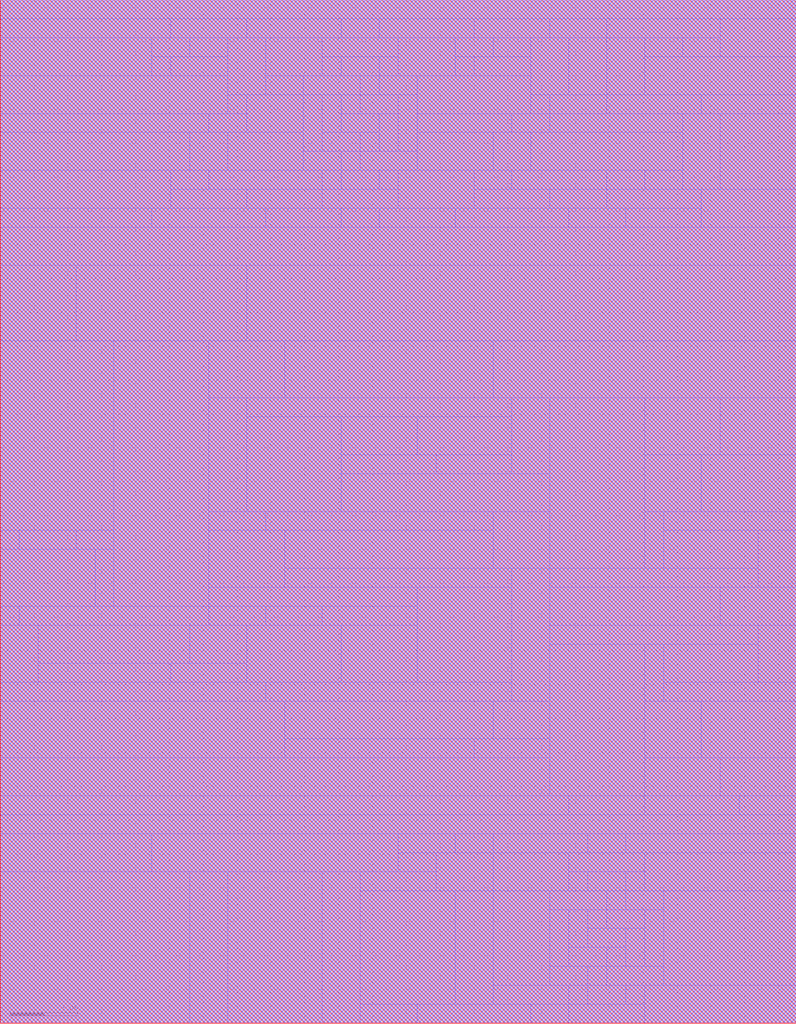
<source format=lef>
VERSION 5.7 ;
  NOWIREEXTENSIONATPIN ON ;
  DIVIDERCHAR "/" ;
  BUSBITCHARS "[]" ;
MACRO jsk
  CLASS BLOCK ;
  FOREIGN jsk ;
  ORIGIN 0.000 0.000 ;
  SIZE 11.760 BY 15.120 ;
  OBS
      LAYER met1 ;
        RECT 0.000 14.840 11.760 15.120 ;
        RECT 0.000 14.560 2.520 14.840 ;
      LAYER met1 ;
        RECT 2.520 14.560 3.640 14.840 ;
      LAYER met1 ;
        RECT 3.640 14.560 5.040 14.840 ;
      LAYER met1 ;
        RECT 5.040 14.560 5.600 14.840 ;
      LAYER met1 ;
        RECT 5.600 14.560 7.000 14.840 ;
      LAYER met1 ;
        RECT 7.000 14.560 8.120 14.840 ;
      LAYER met1 ;
        RECT 8.120 14.560 8.960 14.840 ;
      LAYER met1 ;
        RECT 8.960 14.560 10.640 14.840 ;
      LAYER met1 ;
        RECT 0.000 14.000 2.240 14.560 ;
      LAYER met1 ;
        RECT 2.240 14.280 2.800 14.560 ;
      LAYER met1 ;
        RECT 2.800 14.280 3.360 14.560 ;
      LAYER met1 ;
        RECT 2.240 14.000 2.520 14.280 ;
      LAYER met1 ;
        RECT 2.520 14.000 3.360 14.280 ;
        RECT 0.000 13.440 3.360 14.000 ;
      LAYER met1 ;
        RECT 3.360 13.720 3.920 14.560 ;
      LAYER met1 ;
        RECT 3.920 14.000 4.760 14.560 ;
      LAYER met1 ;
        RECT 4.760 14.280 5.880 14.560 ;
        RECT 4.760 14.000 5.040 14.280 ;
      LAYER met1 ;
        RECT 5.040 14.000 5.600 14.280 ;
      LAYER met1 ;
        RECT 5.600 14.000 5.880 14.280 ;
      LAYER met1 ;
        RECT 5.880 14.000 6.720 14.560 ;
      LAYER met1 ;
        RECT 6.720 14.280 7.280 14.560 ;
      LAYER met1 ;
        RECT 7.280 14.280 7.840 14.560 ;
      LAYER met1 ;
        RECT 6.720 14.000 7.000 14.280 ;
      LAYER met1 ;
        RECT 7.000 14.000 7.840 14.280 ;
        RECT 3.920 13.720 4.480 14.000 ;
      LAYER met1 ;
        RECT 4.480 13.720 5.320 14.000 ;
      LAYER met1 ;
        RECT 5.320 13.720 5.600 14.000 ;
      LAYER met1 ;
        RECT 5.600 13.720 6.160 14.000 ;
        RECT 3.360 13.440 3.640 13.720 ;
      LAYER met1 ;
        RECT 0.000 13.160 3.080 13.440 ;
      LAYER met1 ;
        RECT 3.080 13.160 3.640 13.440 ;
      LAYER met1 ;
        RECT 3.640 13.160 4.480 13.720 ;
        RECT 0.000 12.600 2.800 13.160 ;
      LAYER met1 ;
        RECT 2.800 12.600 3.360 13.160 ;
      LAYER met1 ;
        RECT 3.360 12.600 4.480 13.160 ;
      LAYER met1 ;
        RECT 4.480 12.880 4.760 13.720 ;
      LAYER met1 ;
        RECT 4.760 13.160 5.040 13.720 ;
      LAYER met1 ;
        RECT 5.040 13.440 5.320 13.720 ;
      LAYER met1 ;
        RECT 5.320 13.440 5.880 13.720 ;
      LAYER met1 ;
        RECT 5.040 13.160 5.600 13.440 ;
      LAYER met1 ;
        RECT 4.760 12.880 5.320 13.160 ;
      LAYER met1 ;
        RECT 5.320 12.880 5.600 13.160 ;
      LAYER met1 ;
        RECT 5.600 12.880 5.880 13.440 ;
      LAYER met1 ;
        RECT 5.880 12.880 6.160 13.720 ;
      LAYER met1 ;
        RECT 6.160 13.440 7.840 14.000 ;
      LAYER met1 ;
        RECT 7.840 13.720 8.400 14.560 ;
      LAYER met1 ;
        RECT 8.400 13.720 8.960 14.560 ;
      LAYER met1 ;
        RECT 8.960 13.720 9.520 14.560 ;
      LAYER met1 ;
        RECT 9.520 14.280 10.080 14.560 ;
      LAYER met1 ;
        RECT 10.080 14.280 10.640 14.560 ;
      LAYER met1 ;
        RECT 10.640 14.280 11.760 14.840 ;
        RECT 9.520 13.720 11.760 14.280 ;
      LAYER met1 ;
        RECT 7.840 13.440 8.120 13.720 ;
      LAYER met1 ;
        RECT 8.120 13.440 8.960 13.720 ;
      LAYER met1 ;
        RECT 8.960 13.440 10.360 13.720 ;
      LAYER met1 ;
        RECT 10.360 13.440 11.760 13.720 ;
        RECT 6.160 13.160 7.560 13.440 ;
      LAYER met1 ;
        RECT 7.560 13.160 8.120 13.440 ;
      LAYER met1 ;
        RECT 8.120 13.160 10.080 13.440 ;
      LAYER met1 ;
        RECT 4.480 12.600 5.040 12.880 ;
      LAYER met1 ;
        RECT 5.040 12.600 5.320 12.880 ;
      LAYER met1 ;
        RECT 5.320 12.600 6.160 12.880 ;
      LAYER met1 ;
        RECT 6.160 12.600 7.280 13.160 ;
      LAYER met1 ;
        RECT 7.280 12.600 7.840 13.160 ;
      LAYER met1 ;
        RECT 7.840 12.600 10.080 13.160 ;
        RECT 0.000 12.040 2.520 12.600 ;
      LAYER met1 ;
        RECT 2.520 12.320 3.080 12.600 ;
      LAYER met1 ;
        RECT 3.080 12.320 4.760 12.600 ;
      LAYER met1 ;
        RECT 4.760 12.320 5.040 12.600 ;
      LAYER met1 ;
        RECT 5.040 12.320 5.600 12.600 ;
      LAYER met1 ;
        RECT 5.600 12.320 5.880 12.600 ;
        RECT 2.520 12.040 3.640 12.320 ;
      LAYER met1 ;
        RECT 3.640 12.040 4.760 12.320 ;
      LAYER met1 ;
        RECT 4.760 12.040 5.880 12.320 ;
      LAYER met1 ;
        RECT 5.880 12.040 7.000 12.600 ;
      LAYER met1 ;
        RECT 7.000 12.320 7.560 12.600 ;
      LAYER met1 ;
        RECT 7.560 12.320 8.960 12.600 ;
      LAYER met1 ;
        RECT 8.960 12.320 9.520 12.600 ;
      LAYER met1 ;
        RECT 9.520 12.320 10.080 12.600 ;
      LAYER met1 ;
        RECT 10.080 12.320 10.640 13.440 ;
      LAYER met1 ;
        RECT 10.640 12.320 11.760 13.440 ;
      LAYER met1 ;
        RECT 7.000 12.040 8.120 12.320 ;
      LAYER met1 ;
        RECT 8.120 12.040 8.960 12.320 ;
      LAYER met1 ;
        RECT 8.960 12.040 10.360 12.320 ;
      LAYER met1 ;
        RECT 0.000 11.760 2.240 12.040 ;
      LAYER met1 ;
        RECT 2.240 11.760 3.920 12.040 ;
      LAYER met1 ;
        RECT 3.920 11.760 5.040 12.040 ;
      LAYER met1 ;
        RECT 5.040 11.760 5.600 12.040 ;
      LAYER met1 ;
        RECT 5.600 11.760 6.720 12.040 ;
      LAYER met1 ;
        RECT 6.720 11.760 8.400 12.040 ;
      LAYER met1 ;
        RECT 8.400 11.760 9.240 12.040 ;
      LAYER met1 ;
        RECT 9.240 11.760 10.360 12.040 ;
      LAYER met1 ;
        RECT 10.360 11.760 11.760 12.320 ;
        RECT 0.000 11.200 11.760 11.760 ;
        RECT 0.000 10.080 1.120 11.200 ;
      LAYER met1 ;
        RECT 1.120 10.080 3.640 11.200 ;
      LAYER met1 ;
        RECT 3.640 10.080 11.760 11.200 ;
        RECT 0.000 7.280 1.680 10.080 ;
        RECT 0.000 7.000 0.280 7.280 ;
      LAYER met1 ;
        RECT 0.280 7.000 1.120 7.280 ;
      LAYER met1 ;
        RECT 1.120 7.000 1.680 7.280 ;
      LAYER met1 ;
        RECT 0.000 6.160 1.400 7.000 ;
      LAYER met1 ;
        RECT 1.400 6.160 1.680 7.000 ;
      LAYER met1 ;
        RECT 1.680 6.160 3.080 10.080 ;
      LAYER met1 ;
        RECT 3.080 9.240 4.200 10.080 ;
      LAYER met1 ;
        RECT 4.200 9.240 7.280 10.080 ;
      LAYER met1 ;
        RECT 7.280 9.240 11.760 10.080 ;
        RECT 3.080 7.560 3.640 9.240 ;
      LAYER met1 ;
        RECT 3.640 8.960 7.560 9.240 ;
        RECT 3.640 7.560 5.040 8.960 ;
      LAYER met1 ;
        RECT 5.040 8.400 6.160 8.960 ;
      LAYER met1 ;
        RECT 6.160 8.400 7.560 8.960 ;
      LAYER met1 ;
        RECT 5.040 8.120 6.440 8.400 ;
      LAYER met1 ;
        RECT 6.440 8.120 7.560 8.400 ;
      LAYER met1 ;
        RECT 7.560 8.120 8.120 9.240 ;
        RECT 5.040 7.560 8.120 8.120 ;
        RECT 3.080 7.280 3.920 7.560 ;
      LAYER met1 ;
        RECT 3.920 7.280 7.280 7.560 ;
      LAYER met1 ;
        RECT 3.080 6.440 4.200 7.280 ;
      LAYER met1 ;
        RECT 4.200 6.720 7.280 7.280 ;
      LAYER met1 ;
        RECT 7.280 6.720 8.120 7.560 ;
      LAYER met1 ;
        RECT 8.120 6.720 9.520 9.240 ;
      LAYER met1 ;
        RECT 9.520 8.400 10.640 9.240 ;
      LAYER met1 ;
        RECT 10.640 8.400 11.760 9.240 ;
      LAYER met1 ;
        RECT 9.520 7.560 10.360 8.400 ;
      LAYER met1 ;
        RECT 10.360 7.560 11.760 8.400 ;
      LAYER met1 ;
        RECT 9.520 6.720 9.800 7.560 ;
      LAYER met1 ;
        RECT 9.800 7.280 11.760 7.560 ;
        RECT 9.800 6.720 11.200 7.280 ;
        RECT 4.200 6.440 7.560 6.720 ;
      LAYER met1 ;
        RECT 3.080 6.160 6.160 6.440 ;
        RECT 0.000 5.880 0.280 6.160 ;
      LAYER met1 ;
        RECT 0.280 5.880 3.080 6.160 ;
      LAYER met1 ;
        RECT 3.080 5.880 3.920 6.160 ;
      LAYER met1 ;
        RECT 3.920 5.880 4.760 6.160 ;
      LAYER met1 ;
        RECT 4.760 5.880 6.160 6.160 ;
        RECT 0.000 5.040 0.560 5.880 ;
      LAYER met1 ;
        RECT 0.560 5.320 2.800 5.880 ;
      LAYER met1 ;
        RECT 2.800 5.320 3.640 5.880 ;
      LAYER met1 ;
        RECT 0.560 5.040 2.520 5.320 ;
      LAYER met1 ;
        RECT 2.520 5.040 3.640 5.320 ;
      LAYER met1 ;
        RECT 3.640 5.040 5.040 5.880 ;
      LAYER met1 ;
        RECT 5.040 5.040 6.160 5.880 ;
      LAYER met1 ;
        RECT 6.160 5.040 7.560 6.440 ;
      LAYER met1 ;
        RECT 0.000 4.760 3.920 5.040 ;
      LAYER met1 ;
        RECT 3.920 4.760 7.560 5.040 ;
      LAYER met1 ;
        RECT 7.560 4.760 8.120 6.720 ;
      LAYER met1 ;
        RECT 8.120 6.440 11.200 6.720 ;
      LAYER met1 ;
        RECT 11.200 6.440 11.760 7.280 ;
      LAYER met1 ;
        RECT 8.120 5.880 10.640 6.440 ;
      LAYER met1 ;
        RECT 10.640 5.880 11.760 6.440 ;
      LAYER met1 ;
        RECT 8.120 5.600 11.200 5.880 ;
      LAYER met1 ;
        RECT 0.000 3.920 4.200 4.760 ;
      LAYER met1 ;
        RECT 4.200 4.200 7.280 4.760 ;
      LAYER met1 ;
        RECT 7.280 4.200 8.120 4.760 ;
      LAYER met1 ;
        RECT 4.200 3.920 7.000 4.200 ;
      LAYER met1 ;
        RECT 7.000 3.920 8.120 4.200 ;
        RECT 0.000 3.360 8.120 3.920 ;
      LAYER met1 ;
        RECT 8.120 3.360 9.520 5.600 ;
      LAYER met1 ;
        RECT 9.520 4.760 9.800 5.600 ;
      LAYER met1 ;
        RECT 9.800 5.040 11.200 5.600 ;
      LAYER met1 ;
        RECT 11.200 5.040 11.760 5.880 ;
      LAYER met1 ;
        RECT 9.800 4.760 11.760 5.040 ;
      LAYER met1 ;
        RECT 9.520 3.920 10.360 4.760 ;
      LAYER met1 ;
        RECT 10.360 3.920 11.760 4.760 ;
      LAYER met1 ;
        RECT 9.520 3.360 10.640 3.920 ;
      LAYER met1 ;
        RECT 10.640 3.360 11.760 3.920 ;
      LAYER met1 ;
        RECT 0.000 3.080 8.400 3.360 ;
      LAYER met1 ;
        RECT 8.400 3.080 9.520 3.360 ;
      LAYER met1 ;
        RECT 9.520 3.080 10.920 3.360 ;
      LAYER met1 ;
        RECT 10.920 3.080 11.760 3.360 ;
      LAYER met1 ;
        RECT 0.000 2.800 11.760 3.080 ;
        RECT 0.000 2.240 2.240 2.800 ;
      LAYER met1 ;
        RECT 2.240 2.240 5.880 2.800 ;
      LAYER met1 ;
        RECT 5.880 2.520 6.720 2.800 ;
      LAYER met1 ;
        RECT 6.720 2.520 7.280 2.800 ;
      LAYER met1 ;
        RECT 7.280 2.520 8.680 2.800 ;
      LAYER met1 ;
        RECT 8.680 2.520 9.240 2.800 ;
      LAYER met1 ;
        RECT 9.240 2.520 11.760 2.800 ;
        RECT 5.880 2.240 6.440 2.520 ;
        RECT 0.000 0.000 2.800 2.240 ;
      LAYER met1 ;
        RECT 2.800 0.000 3.360 2.240 ;
      LAYER met1 ;
        RECT 3.360 0.000 4.760 2.240 ;
      LAYER met1 ;
        RECT 4.760 0.000 5.320 2.240 ;
      LAYER met1 ;
        RECT 5.320 1.960 6.440 2.240 ;
      LAYER met1 ;
        RECT 6.440 1.960 7.280 2.520 ;
      LAYER met1 ;
        RECT 7.280 1.960 8.400 2.520 ;
      LAYER met1 ;
        RECT 8.400 2.240 9.520 2.520 ;
        RECT 8.400 1.960 8.680 2.240 ;
      LAYER met1 ;
        RECT 8.680 1.960 9.240 2.240 ;
      LAYER met1 ;
        RECT 9.240 1.960 9.520 2.240 ;
      LAYER met1 ;
        RECT 9.520 1.960 11.760 2.520 ;
        RECT 5.320 0.280 6.720 1.960 ;
      LAYER met1 ;
        RECT 6.720 0.280 7.280 1.960 ;
      LAYER met1 ;
        RECT 7.280 0.560 8.120 1.960 ;
      LAYER met1 ;
        RECT 8.120 1.680 8.960 1.960 ;
      LAYER met1 ;
        RECT 8.960 1.680 9.240 1.960 ;
      LAYER met1 ;
        RECT 9.240 1.680 9.800 1.960 ;
        RECT 8.120 0.840 8.400 1.680 ;
      LAYER met1 ;
        RECT 8.400 1.120 8.680 1.680 ;
      LAYER met1 ;
        RECT 8.680 1.400 8.960 1.680 ;
      LAYER met1 ;
        RECT 8.960 1.400 9.520 1.680 ;
      LAYER met1 ;
        RECT 8.680 1.120 9.240 1.400 ;
      LAYER met1 ;
        RECT 8.400 0.840 8.960 1.120 ;
      LAYER met1 ;
        RECT 8.960 0.840 9.240 1.120 ;
      LAYER met1 ;
        RECT 9.240 0.840 9.520 1.400 ;
      LAYER met1 ;
        RECT 9.520 0.840 9.800 1.680 ;
        RECT 8.120 0.560 8.680 0.840 ;
      LAYER met1 ;
        RECT 8.680 0.560 8.960 0.840 ;
      LAYER met1 ;
        RECT 8.960 0.560 9.800 0.840 ;
      LAYER met1 ;
        RECT 9.800 0.560 11.760 1.960 ;
        RECT 7.280 0.280 8.400 0.560 ;
      LAYER met1 ;
        RECT 8.400 0.280 8.680 0.560 ;
      LAYER met1 ;
        RECT 8.680 0.280 9.240 0.560 ;
      LAYER met1 ;
        RECT 9.240 0.280 9.520 0.560 ;
      LAYER met1 ;
        RECT 5.320 0.000 6.160 0.280 ;
      LAYER met1 ;
        RECT 6.160 0.000 7.840 0.280 ;
      LAYER met1 ;
        RECT 7.840 0.000 8.400 0.280 ;
      LAYER met1 ;
        RECT 8.400 0.000 9.520 0.280 ;
      LAYER met1 ;
        RECT 9.520 0.000 11.760 0.560 ;
      LAYER met2 ;
        RECT 0.000 14.840 11.760 15.120 ;
        RECT 0.000 14.560 2.520 14.840 ;
      LAYER met2 ;
        RECT 2.520 14.560 3.640 14.840 ;
      LAYER met2 ;
        RECT 3.640 14.560 5.040 14.840 ;
      LAYER met2 ;
        RECT 5.040 14.560 5.600 14.840 ;
      LAYER met2 ;
        RECT 5.600 14.560 7.000 14.840 ;
      LAYER met2 ;
        RECT 7.000 14.560 8.120 14.840 ;
      LAYER met2 ;
        RECT 8.120 14.560 8.960 14.840 ;
      LAYER met2 ;
        RECT 8.960 14.560 10.640 14.840 ;
      LAYER met2 ;
        RECT 0.000 14.000 2.240 14.560 ;
      LAYER met2 ;
        RECT 2.240 14.280 2.800 14.560 ;
      LAYER met2 ;
        RECT 2.800 14.280 3.360 14.560 ;
      LAYER met2 ;
        RECT 2.240 14.000 2.520 14.280 ;
      LAYER met2 ;
        RECT 2.520 14.000 3.360 14.280 ;
        RECT 0.000 13.440 3.360 14.000 ;
      LAYER met2 ;
        RECT 3.360 13.720 3.920 14.560 ;
      LAYER met2 ;
        RECT 3.920 14.000 4.760 14.560 ;
      LAYER met2 ;
        RECT 4.760 14.280 5.880 14.560 ;
        RECT 4.760 14.000 5.040 14.280 ;
      LAYER met2 ;
        RECT 5.040 14.000 5.600 14.280 ;
      LAYER met2 ;
        RECT 5.600 14.000 5.880 14.280 ;
      LAYER met2 ;
        RECT 5.880 14.000 6.720 14.560 ;
      LAYER met2 ;
        RECT 6.720 14.280 7.280 14.560 ;
      LAYER met2 ;
        RECT 7.280 14.280 7.840 14.560 ;
      LAYER met2 ;
        RECT 6.720 14.000 7.000 14.280 ;
      LAYER met2 ;
        RECT 7.000 14.000 7.840 14.280 ;
        RECT 3.920 13.720 4.480 14.000 ;
      LAYER met2 ;
        RECT 4.480 13.720 5.320 14.000 ;
      LAYER met2 ;
        RECT 5.320 13.720 5.600 14.000 ;
      LAYER met2 ;
        RECT 5.600 13.720 6.160 14.000 ;
        RECT 3.360 13.440 3.640 13.720 ;
      LAYER met2 ;
        RECT 0.000 13.160 3.080 13.440 ;
      LAYER met2 ;
        RECT 3.080 13.160 3.640 13.440 ;
      LAYER met2 ;
        RECT 3.640 13.160 4.480 13.720 ;
        RECT 0.000 12.600 2.800 13.160 ;
      LAYER met2 ;
        RECT 2.800 12.600 3.360 13.160 ;
      LAYER met2 ;
        RECT 3.360 12.600 4.480 13.160 ;
      LAYER met2 ;
        RECT 4.480 12.880 4.760 13.720 ;
      LAYER met2 ;
        RECT 4.760 13.160 5.040 13.720 ;
      LAYER met2 ;
        RECT 5.040 13.440 5.320 13.720 ;
      LAYER met2 ;
        RECT 5.320 13.440 5.880 13.720 ;
      LAYER met2 ;
        RECT 5.040 13.160 5.600 13.440 ;
      LAYER met2 ;
        RECT 4.760 12.880 5.320 13.160 ;
      LAYER met2 ;
        RECT 5.320 12.880 5.600 13.160 ;
      LAYER met2 ;
        RECT 5.600 12.880 5.880 13.440 ;
      LAYER met2 ;
        RECT 5.880 12.880 6.160 13.720 ;
      LAYER met2 ;
        RECT 6.160 13.440 7.840 14.000 ;
      LAYER met2 ;
        RECT 7.840 13.720 8.400 14.560 ;
      LAYER met2 ;
        RECT 8.400 13.720 8.960 14.560 ;
      LAYER met2 ;
        RECT 8.960 13.720 9.520 14.560 ;
      LAYER met2 ;
        RECT 9.520 14.280 10.080 14.560 ;
      LAYER met2 ;
        RECT 10.080 14.280 10.640 14.560 ;
      LAYER met2 ;
        RECT 10.640 14.280 11.760 14.840 ;
        RECT 9.520 13.720 11.760 14.280 ;
      LAYER met2 ;
        RECT 7.840 13.440 8.120 13.720 ;
      LAYER met2 ;
        RECT 8.120 13.440 8.960 13.720 ;
      LAYER met2 ;
        RECT 8.960 13.440 10.360 13.720 ;
      LAYER met2 ;
        RECT 10.360 13.440 11.760 13.720 ;
        RECT 6.160 13.160 7.560 13.440 ;
      LAYER met2 ;
        RECT 7.560 13.160 8.120 13.440 ;
      LAYER met2 ;
        RECT 8.120 13.160 10.080 13.440 ;
      LAYER met2 ;
        RECT 4.480 12.600 5.040 12.880 ;
      LAYER met2 ;
        RECT 5.040 12.600 5.320 12.880 ;
      LAYER met2 ;
        RECT 5.320 12.600 6.160 12.880 ;
      LAYER met2 ;
        RECT 6.160 12.600 7.280 13.160 ;
      LAYER met2 ;
        RECT 7.280 12.600 7.840 13.160 ;
      LAYER met2 ;
        RECT 7.840 12.600 10.080 13.160 ;
        RECT 0.000 12.040 2.520 12.600 ;
      LAYER met2 ;
        RECT 2.520 12.320 3.080 12.600 ;
      LAYER met2 ;
        RECT 3.080 12.320 4.760 12.600 ;
      LAYER met2 ;
        RECT 4.760 12.320 5.040 12.600 ;
      LAYER met2 ;
        RECT 5.040 12.320 5.600 12.600 ;
      LAYER met2 ;
        RECT 5.600 12.320 5.880 12.600 ;
        RECT 2.520 12.040 3.640 12.320 ;
      LAYER met2 ;
        RECT 3.640 12.040 4.760 12.320 ;
      LAYER met2 ;
        RECT 4.760 12.040 5.880 12.320 ;
      LAYER met2 ;
        RECT 5.880 12.040 7.000 12.600 ;
      LAYER met2 ;
        RECT 7.000 12.320 7.560 12.600 ;
      LAYER met2 ;
        RECT 7.560 12.320 8.960 12.600 ;
      LAYER met2 ;
        RECT 8.960 12.320 9.520 12.600 ;
      LAYER met2 ;
        RECT 9.520 12.320 10.080 12.600 ;
      LAYER met2 ;
        RECT 10.080 12.320 10.640 13.440 ;
      LAYER met2 ;
        RECT 10.640 12.320 11.760 13.440 ;
      LAYER met2 ;
        RECT 7.000 12.040 8.120 12.320 ;
      LAYER met2 ;
        RECT 8.120 12.040 8.960 12.320 ;
      LAYER met2 ;
        RECT 8.960 12.040 10.360 12.320 ;
      LAYER met2 ;
        RECT 0.000 11.760 2.240 12.040 ;
      LAYER met2 ;
        RECT 2.240 11.760 3.920 12.040 ;
      LAYER met2 ;
        RECT 3.920 11.760 5.040 12.040 ;
      LAYER met2 ;
        RECT 5.040 11.760 5.600 12.040 ;
      LAYER met2 ;
        RECT 5.600 11.760 6.720 12.040 ;
      LAYER met2 ;
        RECT 6.720 11.760 8.400 12.040 ;
      LAYER met2 ;
        RECT 8.400 11.760 9.240 12.040 ;
      LAYER met2 ;
        RECT 9.240 11.760 10.360 12.040 ;
      LAYER met2 ;
        RECT 10.360 11.760 11.760 12.320 ;
        RECT 0.000 11.200 11.760 11.760 ;
        RECT 0.000 10.080 1.120 11.200 ;
      LAYER met2 ;
        RECT 1.120 10.080 3.640 11.200 ;
      LAYER met2 ;
        RECT 3.640 10.080 11.760 11.200 ;
        RECT 0.000 7.280 1.680 10.080 ;
        RECT 0.000 7.000 0.280 7.280 ;
      LAYER met2 ;
        RECT 0.280 7.000 1.120 7.280 ;
      LAYER met2 ;
        RECT 1.120 7.000 1.680 7.280 ;
      LAYER met2 ;
        RECT 0.000 6.160 1.400 7.000 ;
      LAYER met2 ;
        RECT 1.400 6.160 1.680 7.000 ;
      LAYER met2 ;
        RECT 1.680 6.160 3.080 10.080 ;
      LAYER met2 ;
        RECT 3.080 9.240 4.200 10.080 ;
      LAYER met2 ;
        RECT 4.200 9.240 7.280 10.080 ;
      LAYER met2 ;
        RECT 7.280 9.240 11.760 10.080 ;
        RECT 3.080 7.560 3.640 9.240 ;
      LAYER met2 ;
        RECT 3.640 8.960 7.560 9.240 ;
        RECT 3.640 7.560 5.040 8.960 ;
      LAYER met2 ;
        RECT 5.040 8.400 6.160 8.960 ;
      LAYER met2 ;
        RECT 6.160 8.400 7.560 8.960 ;
      LAYER met2 ;
        RECT 5.040 8.120 6.440 8.400 ;
      LAYER met2 ;
        RECT 6.440 8.120 7.560 8.400 ;
      LAYER met2 ;
        RECT 7.560 8.120 8.120 9.240 ;
        RECT 5.040 7.560 8.120 8.120 ;
        RECT 3.080 7.280 3.920 7.560 ;
      LAYER met2 ;
        RECT 3.920 7.280 7.280 7.560 ;
      LAYER met2 ;
        RECT 3.080 6.440 4.200 7.280 ;
      LAYER met2 ;
        RECT 4.200 6.720 7.280 7.280 ;
      LAYER met2 ;
        RECT 7.280 6.720 8.120 7.560 ;
      LAYER met2 ;
        RECT 8.120 6.720 9.520 9.240 ;
      LAYER met2 ;
        RECT 9.520 8.400 10.640 9.240 ;
      LAYER met2 ;
        RECT 10.640 8.400 11.760 9.240 ;
      LAYER met2 ;
        RECT 9.520 7.560 10.360 8.400 ;
      LAYER met2 ;
        RECT 10.360 7.560 11.760 8.400 ;
      LAYER met2 ;
        RECT 9.520 6.720 9.800 7.560 ;
      LAYER met2 ;
        RECT 9.800 7.280 11.760 7.560 ;
        RECT 9.800 6.720 11.200 7.280 ;
        RECT 4.200 6.440 7.560 6.720 ;
      LAYER met2 ;
        RECT 3.080 6.160 6.160 6.440 ;
        RECT 0.000 5.880 0.280 6.160 ;
      LAYER met2 ;
        RECT 0.280 5.880 3.080 6.160 ;
      LAYER met2 ;
        RECT 3.080 5.880 3.920 6.160 ;
      LAYER met2 ;
        RECT 3.920 5.880 4.760 6.160 ;
      LAYER met2 ;
        RECT 4.760 5.880 6.160 6.160 ;
        RECT 0.000 5.040 0.560 5.880 ;
      LAYER met2 ;
        RECT 0.560 5.320 2.800 5.880 ;
      LAYER met2 ;
        RECT 2.800 5.320 3.640 5.880 ;
      LAYER met2 ;
        RECT 0.560 5.040 2.520 5.320 ;
      LAYER met2 ;
        RECT 2.520 5.040 3.640 5.320 ;
      LAYER met2 ;
        RECT 3.640 5.040 5.040 5.880 ;
      LAYER met2 ;
        RECT 5.040 5.040 6.160 5.880 ;
      LAYER met2 ;
        RECT 6.160 5.040 7.560 6.440 ;
      LAYER met2 ;
        RECT 0.000 4.760 3.920 5.040 ;
      LAYER met2 ;
        RECT 3.920 4.760 7.560 5.040 ;
      LAYER met2 ;
        RECT 7.560 4.760 8.120 6.720 ;
      LAYER met2 ;
        RECT 8.120 6.440 11.200 6.720 ;
      LAYER met2 ;
        RECT 11.200 6.440 11.760 7.280 ;
      LAYER met2 ;
        RECT 8.120 5.880 10.640 6.440 ;
      LAYER met2 ;
        RECT 10.640 5.880 11.760 6.440 ;
      LAYER met2 ;
        RECT 8.120 5.600 11.200 5.880 ;
      LAYER met2 ;
        RECT 0.000 3.920 4.200 4.760 ;
      LAYER met2 ;
        RECT 4.200 4.200 7.280 4.760 ;
      LAYER met2 ;
        RECT 7.280 4.200 8.120 4.760 ;
      LAYER met2 ;
        RECT 4.200 3.920 7.000 4.200 ;
      LAYER met2 ;
        RECT 7.000 3.920 8.120 4.200 ;
        RECT 0.000 3.360 8.120 3.920 ;
      LAYER met2 ;
        RECT 8.120 3.360 9.520 5.600 ;
      LAYER met2 ;
        RECT 9.520 4.760 9.800 5.600 ;
      LAYER met2 ;
        RECT 9.800 5.040 11.200 5.600 ;
      LAYER met2 ;
        RECT 11.200 5.040 11.760 5.880 ;
      LAYER met2 ;
        RECT 9.800 4.760 11.760 5.040 ;
      LAYER met2 ;
        RECT 9.520 3.920 10.360 4.760 ;
      LAYER met2 ;
        RECT 10.360 3.920 11.760 4.760 ;
      LAYER met2 ;
        RECT 9.520 3.360 10.640 3.920 ;
      LAYER met2 ;
        RECT 10.640 3.360 11.760 3.920 ;
      LAYER met2 ;
        RECT 0.000 3.080 8.400 3.360 ;
      LAYER met2 ;
        RECT 8.400 3.080 9.520 3.360 ;
      LAYER met2 ;
        RECT 9.520 3.080 10.920 3.360 ;
      LAYER met2 ;
        RECT 10.920 3.080 11.760 3.360 ;
      LAYER met2 ;
        RECT 0.000 2.800 11.760 3.080 ;
        RECT 0.000 2.240 2.240 2.800 ;
      LAYER met2 ;
        RECT 2.240 2.240 5.880 2.800 ;
      LAYER met2 ;
        RECT 5.880 2.520 6.720 2.800 ;
      LAYER met2 ;
        RECT 6.720 2.520 7.280 2.800 ;
      LAYER met2 ;
        RECT 7.280 2.520 8.680 2.800 ;
      LAYER met2 ;
        RECT 8.680 2.520 9.240 2.800 ;
      LAYER met2 ;
        RECT 9.240 2.520 11.760 2.800 ;
        RECT 5.880 2.240 6.440 2.520 ;
        RECT 0.000 0.000 2.800 2.240 ;
      LAYER met2 ;
        RECT 2.800 0.000 3.360 2.240 ;
      LAYER met2 ;
        RECT 3.360 0.000 4.760 2.240 ;
      LAYER met2 ;
        RECT 4.760 0.000 5.320 2.240 ;
      LAYER met2 ;
        RECT 5.320 1.960 6.440 2.240 ;
      LAYER met2 ;
        RECT 6.440 1.960 7.280 2.520 ;
      LAYER met2 ;
        RECT 7.280 1.960 8.400 2.520 ;
      LAYER met2 ;
        RECT 8.400 2.240 9.520 2.520 ;
        RECT 8.400 1.960 8.680 2.240 ;
      LAYER met2 ;
        RECT 8.680 1.960 9.240 2.240 ;
      LAYER met2 ;
        RECT 9.240 1.960 9.520 2.240 ;
      LAYER met2 ;
        RECT 9.520 1.960 11.760 2.520 ;
        RECT 5.320 0.280 6.720 1.960 ;
      LAYER met2 ;
        RECT 6.720 0.280 7.280 1.960 ;
      LAYER met2 ;
        RECT 7.280 0.560 8.120 1.960 ;
      LAYER met2 ;
        RECT 8.120 1.680 8.960 1.960 ;
      LAYER met2 ;
        RECT 8.960 1.680 9.240 1.960 ;
      LAYER met2 ;
        RECT 9.240 1.680 9.800 1.960 ;
        RECT 8.120 0.840 8.400 1.680 ;
      LAYER met2 ;
        RECT 8.400 1.120 8.680 1.680 ;
      LAYER met2 ;
        RECT 8.680 1.400 8.960 1.680 ;
      LAYER met2 ;
        RECT 8.960 1.400 9.520 1.680 ;
      LAYER met2 ;
        RECT 8.680 1.120 9.240 1.400 ;
      LAYER met2 ;
        RECT 8.400 0.840 8.960 1.120 ;
      LAYER met2 ;
        RECT 8.960 0.840 9.240 1.120 ;
      LAYER met2 ;
        RECT 9.240 0.840 9.520 1.400 ;
      LAYER met2 ;
        RECT 9.520 0.840 9.800 1.680 ;
        RECT 8.120 0.560 8.680 0.840 ;
      LAYER met2 ;
        RECT 8.680 0.560 8.960 0.840 ;
      LAYER met2 ;
        RECT 8.960 0.560 9.800 0.840 ;
      LAYER met2 ;
        RECT 9.800 0.560 11.760 1.960 ;
        RECT 7.280 0.280 8.400 0.560 ;
      LAYER met2 ;
        RECT 8.400 0.280 8.680 0.560 ;
      LAYER met2 ;
        RECT 8.680 0.280 9.240 0.560 ;
      LAYER met2 ;
        RECT 9.240 0.280 9.520 0.560 ;
      LAYER met2 ;
        RECT 5.320 0.000 6.160 0.280 ;
      LAYER met2 ;
        RECT 6.160 0.000 7.840 0.280 ;
      LAYER met2 ;
        RECT 7.840 0.000 8.400 0.280 ;
      LAYER met2 ;
        RECT 8.400 0.000 9.520 0.280 ;
      LAYER met2 ;
        RECT 9.520 0.000 11.760 0.560 ;
      LAYER met3 ;
        RECT 0.000 0.000 11.760 15.120 ;
      LAYER met4 ;
        RECT 0.000 0.000 11.760 15.120 ;
      LAYER met5 ;
        RECT 0.000 0.000 11.760 15.120 ;
  END
END jsk
END LIBRARY


</source>
